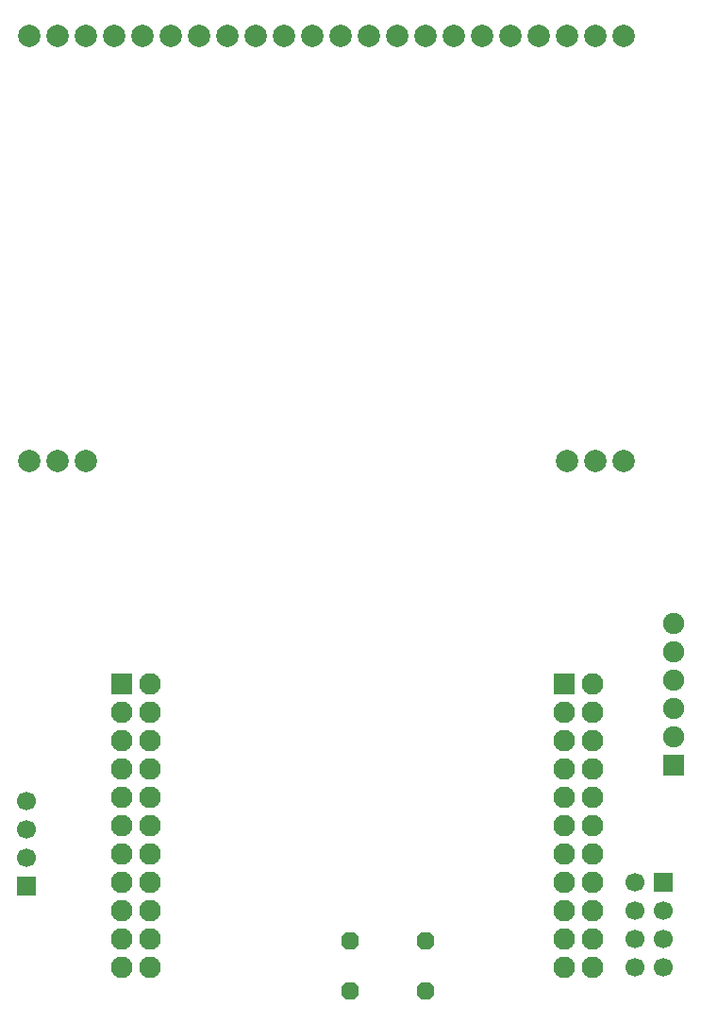
<source format=gbs>
G04 DipTrace 3.3.1.3*
G04 ViktorJager_MessageDisplay.GBS*
%MOMM*%
G04 #@! TF.FileFunction,Soldermask,Bot*
G04 #@! TF.Part,Single*
%AMOUTLINE1*
4,1,8,
0.7929,0.32842,
0.7929,-0.32842,
0.32842,-0.7929,
-0.32842,-0.7929,
-0.7929,-0.32842,
-0.7929,0.32842,
-0.32842,0.7929,
0.32842,0.7929,
0.7929,0.32842,
0*%
%AMOUTLINE4*
4,1,8,
-0.7929,-0.32842,
-0.7929,0.32842,
-0.32842,0.7929,
0.32842,0.7929,
0.7929,0.32842,
0.7929,-0.32842,
0.32842,-0.7929,
-0.32842,-0.7929,
-0.7929,-0.32842,
0*%
%ADD42R,1.7X1.7*%
%ADD43C,1.7*%
%ADD55C,2.0*%
%ADD57C,1.9*%
%ADD58R,1.9X1.9*%
%ADD77C,1.95*%
%ADD79R,1.95X1.95*%
%ADD96OUTLINE1*%
%ADD99OUTLINE4*%
%FSLAX35Y35*%
G04*
G71*
G90*
G75*
G01*
G04 BotMask*
%LPD*%
D96*
X4127500Y142877D3*
Y592877D3*
D99*
X3447500D3*
Y142877D3*
D43*
X6000750Y1116000D3*
Y862000D3*
Y608000D3*
Y354000D3*
X6254750D3*
Y608000D3*
Y862000D3*
D42*
Y1116000D3*
D79*
X1397000Y2894000D3*
D77*
Y2640000D3*
Y2386000D3*
Y2132000D3*
Y1878000D3*
Y1624000D3*
Y1370000D3*
Y1116000D3*
Y862000D3*
Y608000D3*
Y354000D3*
X1651000D3*
Y608000D3*
Y862000D3*
Y1116000D3*
Y1370000D3*
Y1624000D3*
Y1878000D3*
Y2132000D3*
Y2386000D3*
Y2640000D3*
Y2894000D3*
D79*
X5365750D3*
D77*
Y2640000D3*
Y2386000D3*
Y2132000D3*
Y1878000D3*
Y1624000D3*
Y1370000D3*
Y1116000D3*
Y862000D3*
Y608000D3*
Y354000D3*
X5619750D3*
Y608000D3*
Y862000D3*
Y1116000D3*
Y1370000D3*
Y1624000D3*
Y1878000D3*
Y2132000D3*
Y2386000D3*
Y2640000D3*
Y2894000D3*
D42*
X539750Y1084250D3*
D43*
Y1338250D3*
Y1592250D3*
Y1846250D3*
D58*
X6350000Y2163750D3*
D57*
Y2417750D3*
Y2671750D3*
Y2925750D3*
Y3179750D3*
Y3433750D3*
D55*
X571500Y4894250D3*
X825500D3*
X1079500D3*
X5397500D3*
X5651500D3*
X5905500D3*
Y8704250D3*
X5651500D3*
X5397500D3*
X5143500D3*
X4889500D3*
X4635500D3*
X4381500D3*
X4127500D3*
X3873500D3*
X3619500D3*
X3365500D3*
X3111500D3*
X2857500D3*
X2603500D3*
X2349500D3*
X2095500D3*
X1841500D3*
X1587500D3*
X1333500D3*
X1079500D3*
X825500D3*
X571500D3*
M02*

</source>
